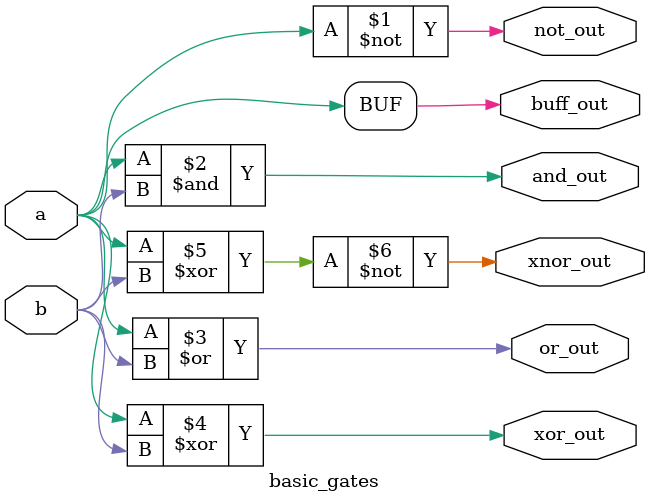
<source format=v>
module basic_gates(not_out, and_out, or_out, buff_out, xor_out, xnor_out, a, b);

output not_out, and_out, or_out, buff_out, xor_out, xnor_out;     //ports declaration
input a, b;

assign not_out = ~a;
assign and_out = a & b;
assign or_out = a | b;
assign buff_out = a;
assign xor_out = a ^ b;
assign xnor_out = ~(a ^ b);

endmodule

</source>
